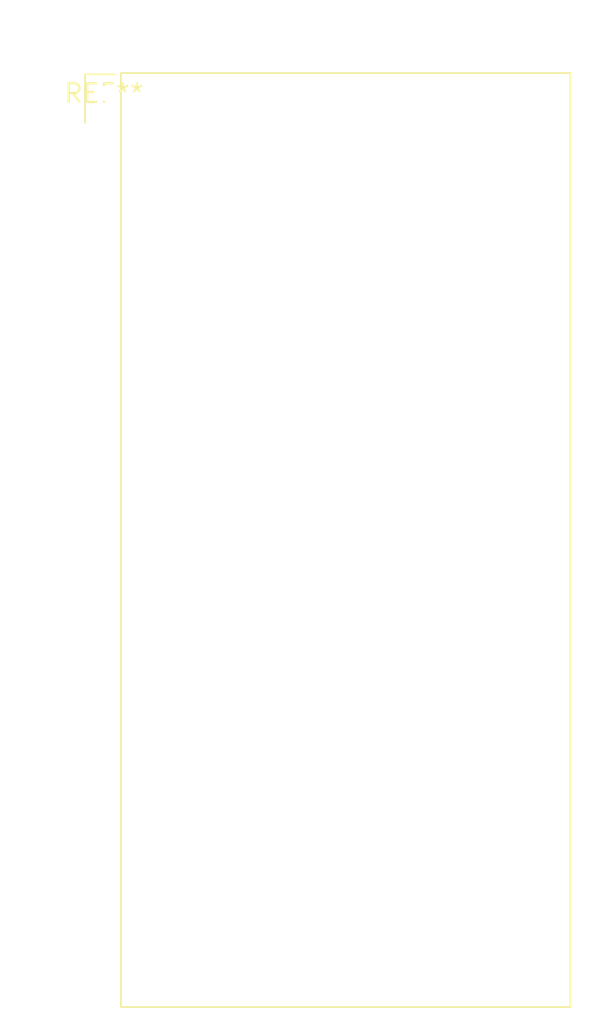
<source format=kicad_pcb>
(kicad_pcb (version 20240108) (generator pcbnew)
  (layers (0 "F.Cu" signal) (31 "B.Cu" signal) (34 "B.Paste" user) (35 "F.Paste" user) (36 "B.SilkS" user "B.Silkscreen") (37 "F.SilkS" user "F.Silkscreen") (38 "B.Mask" user) (39 "F.Mask" user) (44 "Edge.Cuts" user))
  (net 0 "")
  (footprint "DE122-XX-XX" (layer "F.Cu") (at 0 0)
    (property "Reference" "REF**")
    (property "Value" "DE122-XX-XX")
    (fp_line (start -1.3 -1.3) (end -1.3 2) (layer "F.SilkS") (stroke (width 0.12)))
    (fp_line (start -1.3 -1.3) (end 0.8 -1.3) (layer "F.SilkS") (stroke (width 0.12)))
    (fp_line (start 1.15 -1.39) (end 1.15 62.35) (layer "F.SilkS") (stroke (width 0.12)))
    (fp_line (start 1.15 62.35) (end 31.87 62.35) (layer "F.SilkS") (stroke (width 0.12)))
    (fp_line (start 31.87 -1.39) (end 1.15 -1.39) (layer "F.SilkS") (stroke (width 0.12)))
    (fp_line (start 31.87 62.35) (end 31.87 -1.39) (layer "F.SilkS") (stroke (width 0.12)))
    (pad "1" thru_hole rect (at 0 0 270) (size 1.5 1.524) (drill 1) (layers *.Cu *.Mask) (remove_unused_layers))
    (pad "2" thru_hole circle (at 0 2.54 270) (size 1.5 1.5) (drill 1) (layers *.Cu *.Mask) (remove_unused_layers))
    (pad "3" thru_hole circle (at 0 5.08 270) (size 1.5 1.5) (drill 1) (layers *.Cu *.Mask) (remove_unused_layers))
    (pad "4" thru_hole circle (at 0 7.62 270) (size 1.5 1.5) (drill 1) (layers *.Cu *.Mask) (remove_unused_layers))
    (pad "5" thru_hole circle (at 0 10.16 270) (size 1.5 1.5) (drill 1) (layers *.Cu *.Mask) (remove_unused_layers))
    (pad "6" thru_hole circle (at 0 12.7 270) (size 1.5 1.5) (drill 1) (layers *.Cu *.Mask) (remove_unused_layers))
    (pad "7" thru_hole circle (at 0 15.24 270) (size 1.5 1.5) (drill 1) (layers *.Cu *.Mask) (remove_unused_layers))
    (pad "8" thru_hole circle (at 0 17.78 270) (size 1.5 1.5) (drill 1) (layers *.Cu *.Mask) (remove_unused_layers))
    (pad "9" thru_hole circle (at 0 20.32 270) (size 1.5 1.5) (drill 1) (layers *.Cu *.Mask) (remove_unused_layers))
    (pad "10" thru_hole circle (at 0 22.86 270) (size 1.5 1.5) (drill 1) (layers *.Cu *.Mask) (remove_unused_layers))
    (pad "11" thru_hole circle (at 0 25.4 270) (size 1.5 1.5) (drill 1) (layers *.Cu *.Mask) (remove_unused_layers))
    (pad "12" thru_hole circle (at 0 27.94 270) (size 1.5 1.5) (drill 1) (layers *.Cu *.Mask) (remove_unused_layers))
    (pad "13" thru_hole circle (at 0 30.48 270) (size 1.5 1.5) (drill 1) (layers *.Cu *.Mask) (remove_unused_layers))
    (pad "14" thru_hole circle (at 0 33.02 270) (size 1.5 1.5) (drill 1) (layers *.Cu *.Mask) (remove_unused_layers))
    (pad "15" thru_hole circle (at 0 35.56 270) (size 1.5 1.5) (drill 1) (layers *.Cu *.Mask) (remove_unused_layers))
    (pad "16" thru_hole circle (at 0 38.1 270) (size 1.5 1.5) (drill 1) (layers *.Cu *.Mask) (remove_unused_layers))
    (pad "17" thru_hole circle (at 0 40.64 270) (size 1.5 1.5) (drill 1) (layers *.Cu *.Mask) (remove_unused_layers))
    (pad "18" thru_hole circle (at 0 43.18 270) (size 1.5 1.5) (drill 1) (layers *.Cu *.Mask) (remove_unused_layers))
    (pad "19" thru_hole circle (at 0 45.72 270) (size 1.5 1.5) (drill 1) (layers *.Cu *.Mask) (remove_unused_layers))
    (pad "20" thru_hole circle (at 0 48.26 270) (size 1.5 1.5) (drill 1) (layers *.Cu *.Mask) (remove_unused_layers))
    (pad "21" thru_hole circle (at 0 50.8 270) (size 1.5 1.5) (drill 1) (layers *.Cu *.Mask) (remove_unused_layers))
    (pad "22" thru_hole circle (at 0 53.34 270) (size 1.5 1.5) (drill 1) (layers *.Cu *.Mask) (remove_unused_layers))
    (pad "23" thru_hole circle (at 0 55.88 270) (size 1.5 1.5) (drill 1) (layers *.Cu *.Mask) (remove_unused_layers))
    (pad "24" thru_hole circle (at 0 58.42 270) (size 1.5 1.5) (drill 1) (layers *.Cu *.Mask) (remove_unused_layers))
    (pad "25" thru_hole circle (at 0 60.96 270) (size 1.5 1.5) (drill 1) (layers *.Cu *.Mask) (remove_unused_layers))
    (pad "26" thru_hole circle (at 33.02 60.96 270) (size 1.5 1.5) (drill 1) (layers *.Cu *.Mask) (remove_unused_layers))
    (pad "27" thru_hole circle (at 33.02 58.42 270) (size 1.5 1.5) (drill 1) (layers *.Cu *.Mask) (remove_unused_layers))
    (pad "28" thru_hole circle (at 33.02 55.88 270) (size 1.5 1.5) (drill 1) (layers *.Cu *.Mask) (remove_unused_layers))
    (pad "29" thru_hole circle (at 33.02 53.34 270) (size 1.5 1.5) (drill 1) (layers *.Cu *.Mask) (remove_unused_layers))
    (pad "30" thru_hole circle (at 33.02 50.8 270) (size 1.5 1.5) (drill 1) (layers *.Cu *.Mask) (remove_unused_layers))
    (pad "31" thru_hole circle (at 33.02 48.26 270) (size 1.5 1.5) (drill 1) (layers *.Cu *.Mask) (remove_unused_layers))
    (pad "32" thru_hole circle (at 33.02 45.72 270) (size 1.5 1.5) (drill 1) (layers *.Cu *.Mask) (remove_unused_layers))
    (pad "33" thru_hole circle (at 33.02 43.18 270) (size 1.5 1.5) (drill 1) (layers *.Cu *.Mask) (remove_unused_layers))
    (pad "34" thru_hole circle (at 33.02 40.64 270) (size 1.5 1.5) (drill 1) (layers *.Cu *.Mask) (remove_unused_layers))
    (pad "35" thru_hole circle (at 33.02 38.1 270) (size 1.5 1.5) (drill 1) (layers *.Cu *.Mask) (remove_unused_layers))
    (pad "36" thru_hole circle (at 33.02 35.56 270) (size 1.5 1.5) (drill 1) (layers *.Cu *.Mask) (remove_unused_layers))
    (pad "37" thru_hole circle (at 33.02 33.02 270) (size 1.5 1.5) (drill 1) (layers *.Cu *.Mask) (remove_unused_layers))
    (pad "38" thru_hole circle (at 33.02 30.48 270) (size 1.5 1.5) (drill 1) (layers *.Cu *.Mask) (remove_unused_layers))
    (pad "39" thru_hole circle (at 33.02 27.94 270) (size 1.5 1.5) (drill 1) (layers *.Cu *.Mask) (remove_unused_layers))
    (pad "40" thru_hole circle (at 33.02 25.4 270) (size 1.5 1.5) (drill 1) (layers *.Cu *.Mask) (remove_unused_layers))
    (pad "41" thru_hole circle (at 33.02 22.86 270) (size 1.5 1.5) (drill 1) (layers *.Cu *.Mask) (remove_unused_layers))
    (pad "42" thru_hole circle (at 33.02 20.32 270) (size 1.5 1.5) (drill 1) (layers *.Cu *.Mask) (remove_unused_layers))
    (pad "43" thru_hole circle (at 33.02 17.78 270) (size 1.5 1.5) (drill 1) (layers *.Cu *.Mask) (remove_unused_layers))
    (pad "44" thru_hole circle (at 33.02 15.24 270) (size 1.5 1.5) (drill 1) (layers *.Cu *.Mask) (remove_unused_layers))
    (pad "45" thru_hole circle (at 33.02 12.7 270) (size 1.5 1.5) (drill 1) (layers *.Cu *.Mask) (remove_unused_layers))
    (pad "46" thru_hole circle (at 33.02 10.16 270) (size 1.5 1.5) (drill 1) (layers *.Cu *.Mask) (remove_unused_layers))
    (pad "47" thru_hole circle (at 33.02 7.62 270) (size 1.5 1.5) (drill 1) (layers *.Cu *.Mask) (remove_unused_layers))
    (pad "48" thru_hole circle (at 33.02 5.08 270) (size 1.5 1.5) (drill 1) (layers *.Cu *.Mask) (remove_unused_layers))
    (pad "49" thru_hole circle (at 33.02 2.54 270) (size 1.5 1.5) (drill 1) (layers *.Cu *.Mask) (remove_unused_layers))
    (pad "50" thru_hole circle (at 33.02 0 270) (size 1.5 1.5) (drill 1) (layers *.Cu *.Mask) (remove_unused_layers))
  )
)
</source>
